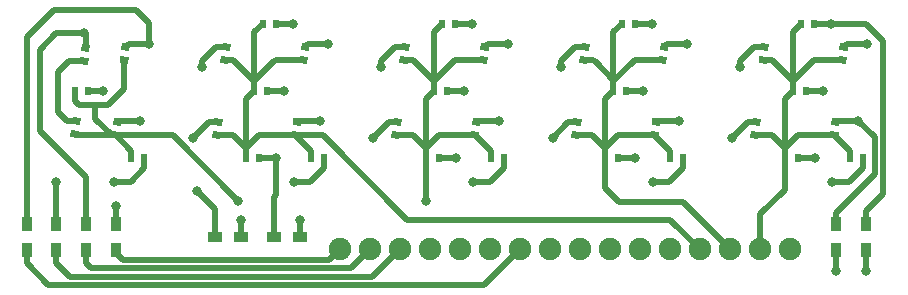
<source format=gbr>
%TF.GenerationSoftware,KiCad,Pcbnew,(5.1.7)-1*%
%TF.CreationDate,2021-08-17T00:51:46+02:00*%
%TF.ProjectId,saba_az553,73616261-5f61-47a3-9535-332e6b696361,rev?*%
%TF.SameCoordinates,Original*%
%TF.FileFunction,Copper,L1,Top*%
%TF.FilePolarity,Positive*%
%FSLAX46Y46*%
G04 Gerber Fmt 4.6, Leading zero omitted, Abs format (unit mm)*
G04 Created by KiCad (PCBNEW (5.1.7)-1) date 2021-08-17 00:51:46*
%MOMM*%
%LPD*%
G01*
G04 APERTURE LIST*
%TA.AperFunction,SMDPad,CuDef*%
%ADD10R,1.200000X0.900000*%
%TD*%
%TA.AperFunction,SMDPad,CuDef*%
%ADD11R,0.900000X1.200000*%
%TD*%
%TA.AperFunction,SMDPad,CuDef*%
%ADD12R,0.600000X0.700000*%
%TD*%
%TA.AperFunction,SMDPad,CuDef*%
%ADD13C,0.100000*%
%TD*%
%TA.AperFunction,ComponentPad*%
%ADD14C,1.900000*%
%TD*%
%TA.AperFunction,ComponentPad*%
%ADD15O,1.900000X1.900000*%
%TD*%
%TA.AperFunction,ViaPad*%
%ADD16C,0.800000*%
%TD*%
%TA.AperFunction,Conductor*%
%ADD17C,0.500000*%
%TD*%
G04 APERTURE END LIST*
D10*
%TO.P,R8,1*%
%TO.N,DP*%
X38900000Y-43500000D03*
%TO.P,R8,2*%
%TO.N,Net-(J1-Pad9)*%
X41100000Y-43500000D03*
%TD*%
D11*
%TO.P,R7,1*%
%TO.N,B*%
X23000000Y-42400000D03*
%TO.P,R7,2*%
%TO.N,Net-(J1-Pad7)*%
X23000000Y-44600000D03*
%TD*%
%TO.P,R6,1*%
%TO.N,C*%
X91500000Y-42400000D03*
%TO.P,R6,2*%
%TO.N,Net-(J1-Pad6)*%
X91500000Y-44600000D03*
%TD*%
%TO.P,R5,1*%
%TO.N,A*%
X94000000Y-42400000D03*
%TO.P,R5,2*%
%TO.N,Net-(J1-Pad5)*%
X94000000Y-44600000D03*
%TD*%
D10*
%TO.P,R4,1*%
%TO.N,D*%
X43900000Y-43500000D03*
%TO.P,R4,2*%
%TO.N,Net-(J1-Pad4)*%
X46100000Y-43500000D03*
%TD*%
D11*
%TO.P,R3,1*%
%TO.N,E*%
X25500000Y-42400000D03*
%TO.P,R3,2*%
%TO.N,Net-(J1-Pad3)*%
X25500000Y-44600000D03*
%TD*%
%TO.P,R2,1*%
%TO.N,F*%
X28000000Y-42400000D03*
%TO.P,R2,2*%
%TO.N,Net-(J1-Pad2)*%
X28000000Y-44600000D03*
%TD*%
%TO.P,R1,1*%
%TO.N,G*%
X30500000Y-42400000D03*
%TO.P,R1,2*%
%TO.N,Net-(J1-Pad1)*%
X30500000Y-44600000D03*
%TD*%
D12*
%TO.P,D38,2*%
%TO.N,G*%
X28150000Y-31100000D03*
%TO.P,D38,1*%
%TO.N,D1*%
X27050000Y-31100000D03*
%TD*%
%TO.P,D37,2*%
%TO.N,DP*%
X32950000Y-36800000D03*
%TO.P,D37,1*%
%TO.N,D1*%
X31850000Y-36800000D03*
%TD*%
%TA.AperFunction,SMDPad,CuDef*%
D13*
%TO.P,D36,2*%
%TO.N,Net-(D35-Pad1)*%
G36*
X26863941Y-33311587D02*
G01*
X27557953Y-33402956D01*
X27479637Y-33997823D01*
X26785625Y-33906454D01*
X26863941Y-33311587D01*
G37*
%TD.AperFunction*%
%TA.AperFunction,SMDPad,CuDef*%
%TO.P,D36,1*%
%TO.N,D1*%
G36*
X26720363Y-34402177D02*
G01*
X27414375Y-34493546D01*
X27336059Y-35088413D01*
X26642047Y-34997044D01*
X26720363Y-34402177D01*
G37*
%TD.AperFunction*%
%TD*%
%TA.AperFunction,SMDPad,CuDef*%
%TO.P,D35,2*%
%TO.N,F*%
G36*
X27663941Y-27111587D02*
G01*
X28357953Y-27202956D01*
X28279637Y-27797823D01*
X27585625Y-27706454D01*
X27663941Y-27111587D01*
G37*
%TD.AperFunction*%
%TA.AperFunction,SMDPad,CuDef*%
%TO.P,D35,1*%
%TO.N,Net-(D35-Pad1)*%
G36*
X27520363Y-28202177D02*
G01*
X28214375Y-28293546D01*
X28136059Y-28888413D01*
X27442047Y-28797044D01*
X27520363Y-28202177D01*
G37*
%TD.AperFunction*%
%TD*%
%TA.AperFunction,SMDPad,CuDef*%
%TO.P,D34,2*%
%TO.N,C*%
G36*
X30363941Y-33411587D02*
G01*
X31057953Y-33502956D01*
X30979637Y-34097823D01*
X30285625Y-34006454D01*
X30363941Y-33411587D01*
G37*
%TD.AperFunction*%
%TA.AperFunction,SMDPad,CuDef*%
%TO.P,D34,1*%
%TO.N,D1*%
G36*
X30220363Y-34502177D02*
G01*
X30914375Y-34593546D01*
X30836059Y-35188413D01*
X30142047Y-35097044D01*
X30220363Y-34502177D01*
G37*
%TD.AperFunction*%
%TD*%
D12*
%TO.P,D33,2*%
%TO.N,DP*%
X48150000Y-36800000D03*
%TO.P,D33,1*%
%TO.N,D2*%
X47050000Y-36800000D03*
%TD*%
%TO.P,D32,2*%
%TO.N,D*%
X42650000Y-36800000D03*
%TO.P,D32,1*%
%TO.N,D2*%
X41550000Y-36800000D03*
%TD*%
%TA.AperFunction,SMDPad,CuDef*%
D13*
%TO.P,D31,2*%
%TO.N,E*%
G36*
X38863941Y-33411587D02*
G01*
X39557953Y-33502956D01*
X39479637Y-34097823D01*
X38785625Y-34006454D01*
X38863941Y-33411587D01*
G37*
%TD.AperFunction*%
%TA.AperFunction,SMDPad,CuDef*%
%TO.P,D31,1*%
%TO.N,D2*%
G36*
X38720363Y-34502177D02*
G01*
X39414375Y-34593546D01*
X39336059Y-35188413D01*
X38642047Y-35097044D01*
X38720363Y-34502177D01*
G37*
%TD.AperFunction*%
%TD*%
%TA.AperFunction,SMDPad,CuDef*%
%TO.P,D30,2*%
%TO.N,C*%
G36*
X45563941Y-33411587D02*
G01*
X46257953Y-33502956D01*
X46179637Y-34097823D01*
X45485625Y-34006454D01*
X45563941Y-33411587D01*
G37*
%TD.AperFunction*%
%TA.AperFunction,SMDPad,CuDef*%
%TO.P,D30,1*%
%TO.N,D2*%
G36*
X45420363Y-34502177D02*
G01*
X46114375Y-34593546D01*
X46036059Y-35188413D01*
X45342047Y-35097044D01*
X45420363Y-34502177D01*
G37*
%TD.AperFunction*%
%TD*%
%TA.AperFunction,SMDPad,CuDef*%
%TO.P,D29,2*%
%TO.N,F*%
G36*
X39563941Y-27011587D02*
G01*
X40257953Y-27102956D01*
X40179637Y-27697823D01*
X39485625Y-27606454D01*
X39563941Y-27011587D01*
G37*
%TD.AperFunction*%
%TA.AperFunction,SMDPad,CuDef*%
%TO.P,D29,1*%
%TO.N,D2*%
G36*
X39420363Y-28102177D02*
G01*
X40114375Y-28193546D01*
X40036059Y-28788413D01*
X39342047Y-28697044D01*
X39420363Y-28102177D01*
G37*
%TD.AperFunction*%
%TD*%
D12*
%TO.P,D28,2*%
%TO.N,G*%
X43350000Y-31100000D03*
%TO.P,D28,1*%
%TO.N,D2*%
X42250000Y-31100000D03*
%TD*%
%TA.AperFunction,SMDPad,CuDef*%
D13*
%TO.P,D27,2*%
%TO.N,B*%
G36*
X46263941Y-27011587D02*
G01*
X46957953Y-27102956D01*
X46879637Y-27697823D01*
X46185625Y-27606454D01*
X46263941Y-27011587D01*
G37*
%TD.AperFunction*%
%TA.AperFunction,SMDPad,CuDef*%
%TO.P,D27,1*%
%TO.N,D2*%
G36*
X46120363Y-28102177D02*
G01*
X46814375Y-28193546D01*
X46736059Y-28788413D01*
X46042047Y-28697044D01*
X46120363Y-28102177D01*
G37*
%TD.AperFunction*%
%TD*%
D12*
%TO.P,D26,2*%
%TO.N,DP*%
X63350000Y-36800000D03*
%TO.P,D26,1*%
%TO.N,D3*%
X62250000Y-36800000D03*
%TD*%
%TO.P,D25,2*%
%TO.N,D*%
X57850000Y-36800000D03*
%TO.P,D25,1*%
%TO.N,D3*%
X56750000Y-36800000D03*
%TD*%
%TA.AperFunction,SMDPad,CuDef*%
D13*
%TO.P,D24,2*%
%TO.N,E*%
G36*
X54063941Y-33411587D02*
G01*
X54757953Y-33502956D01*
X54679637Y-34097823D01*
X53985625Y-34006454D01*
X54063941Y-33411587D01*
G37*
%TD.AperFunction*%
%TA.AperFunction,SMDPad,CuDef*%
%TO.P,D24,1*%
%TO.N,D3*%
G36*
X53920363Y-34502177D02*
G01*
X54614375Y-34593546D01*
X54536059Y-35188413D01*
X53842047Y-35097044D01*
X53920363Y-34502177D01*
G37*
%TD.AperFunction*%
%TD*%
%TA.AperFunction,SMDPad,CuDef*%
%TO.P,D23,2*%
%TO.N,C*%
G36*
X60763941Y-33411587D02*
G01*
X61457953Y-33502956D01*
X61379637Y-34097823D01*
X60685625Y-34006454D01*
X60763941Y-33411587D01*
G37*
%TD.AperFunction*%
%TA.AperFunction,SMDPad,CuDef*%
%TO.P,D23,1*%
%TO.N,D3*%
G36*
X60620363Y-34502177D02*
G01*
X61314375Y-34593546D01*
X61236059Y-35188413D01*
X60542047Y-35097044D01*
X60620363Y-34502177D01*
G37*
%TD.AperFunction*%
%TD*%
D12*
%TO.P,D22,2*%
%TO.N,G*%
X58550000Y-31100000D03*
%TO.P,D22,1*%
%TO.N,D3*%
X57450000Y-31100000D03*
%TD*%
%TA.AperFunction,SMDPad,CuDef*%
D13*
%TO.P,D21,2*%
%TO.N,F*%
G36*
X54763941Y-27011587D02*
G01*
X55457953Y-27102956D01*
X55379637Y-27697823D01*
X54685625Y-27606454D01*
X54763941Y-27011587D01*
G37*
%TD.AperFunction*%
%TA.AperFunction,SMDPad,CuDef*%
%TO.P,D21,1*%
%TO.N,D3*%
G36*
X54620363Y-28102177D02*
G01*
X55314375Y-28193546D01*
X55236059Y-28788413D01*
X54542047Y-28697044D01*
X54620363Y-28102177D01*
G37*
%TD.AperFunction*%
%TD*%
D12*
%TO.P,D20,2*%
%TO.N,A*%
X44050000Y-25400000D03*
%TO.P,D20,1*%
%TO.N,D2*%
X42950000Y-25400000D03*
%TD*%
%TO.P,D19,2*%
%TO.N,A*%
X59250000Y-25400000D03*
%TO.P,D19,1*%
%TO.N,D3*%
X58150000Y-25400000D03*
%TD*%
%TA.AperFunction,SMDPad,CuDef*%
D13*
%TO.P,D18,2*%
%TO.N,B*%
G36*
X61463941Y-27011587D02*
G01*
X62157953Y-27102956D01*
X62079637Y-27697823D01*
X61385625Y-27606454D01*
X61463941Y-27011587D01*
G37*
%TD.AperFunction*%
%TA.AperFunction,SMDPad,CuDef*%
%TO.P,D18,1*%
%TO.N,D3*%
G36*
X61320363Y-28102177D02*
G01*
X62014375Y-28193546D01*
X61936059Y-28788413D01*
X61242047Y-28697044D01*
X61320363Y-28102177D01*
G37*
%TD.AperFunction*%
%TD*%
%TA.AperFunction,SMDPad,CuDef*%
%TO.P,D17,2*%
%TO.N,B*%
G36*
X31063941Y-27011587D02*
G01*
X31757953Y-27102956D01*
X31679637Y-27697823D01*
X30985625Y-27606454D01*
X31063941Y-27011587D01*
G37*
%TD.AperFunction*%
%TA.AperFunction,SMDPad,CuDef*%
%TO.P,D17,1*%
%TO.N,D1*%
G36*
X30920363Y-28102177D02*
G01*
X31614375Y-28193546D01*
X31536059Y-28788413D01*
X30842047Y-28697044D01*
X30920363Y-28102177D01*
G37*
%TD.AperFunction*%
%TD*%
D12*
%TO.P,D16,2*%
%TO.N,DP*%
X78550000Y-36800000D03*
%TO.P,D16,1*%
%TO.N,D4*%
X77450000Y-36800000D03*
%TD*%
%TO.P,D15,2*%
%TO.N,D*%
X73050000Y-36800000D03*
%TO.P,D15,1*%
%TO.N,D4*%
X71950000Y-36800000D03*
%TD*%
%TA.AperFunction,SMDPad,CuDef*%
D13*
%TO.P,D14,2*%
%TO.N,C*%
G36*
X75963941Y-33411587D02*
G01*
X76657953Y-33502956D01*
X76579637Y-34097823D01*
X75885625Y-34006454D01*
X75963941Y-33411587D01*
G37*
%TD.AperFunction*%
%TA.AperFunction,SMDPad,CuDef*%
%TO.P,D14,1*%
%TO.N,D4*%
G36*
X75820363Y-34502177D02*
G01*
X76514375Y-34593546D01*
X76436059Y-35188413D01*
X75742047Y-35097044D01*
X75820363Y-34502177D01*
G37*
%TD.AperFunction*%
%TD*%
%TA.AperFunction,SMDPad,CuDef*%
%TO.P,D13,2*%
%TO.N,E*%
G36*
X69263941Y-33411587D02*
G01*
X69957953Y-33502956D01*
X69879637Y-34097823D01*
X69185625Y-34006454D01*
X69263941Y-33411587D01*
G37*
%TD.AperFunction*%
%TA.AperFunction,SMDPad,CuDef*%
%TO.P,D13,1*%
%TO.N,D4*%
G36*
X69120363Y-34502177D02*
G01*
X69814375Y-34593546D01*
X69736059Y-35188413D01*
X69042047Y-35097044D01*
X69120363Y-34502177D01*
G37*
%TD.AperFunction*%
%TD*%
D12*
%TO.P,D12,2*%
%TO.N,G*%
X73750000Y-31100000D03*
%TO.P,D12,1*%
%TO.N,D4*%
X72650000Y-31100000D03*
%TD*%
%TA.AperFunction,SMDPad,CuDef*%
D13*
%TO.P,D11,2*%
%TO.N,B*%
G36*
X76663941Y-27011587D02*
G01*
X77357953Y-27102956D01*
X77279637Y-27697823D01*
X76585625Y-27606454D01*
X76663941Y-27011587D01*
G37*
%TD.AperFunction*%
%TA.AperFunction,SMDPad,CuDef*%
%TO.P,D11,1*%
%TO.N,D4*%
G36*
X76520363Y-28102177D02*
G01*
X77214375Y-28193546D01*
X77136059Y-28788413D01*
X76442047Y-28697044D01*
X76520363Y-28102177D01*
G37*
%TD.AperFunction*%
%TD*%
%TA.AperFunction,SMDPad,CuDef*%
%TO.P,D10,2*%
%TO.N,F*%
G36*
X69963941Y-27011587D02*
G01*
X70657953Y-27102956D01*
X70579637Y-27697823D01*
X69885625Y-27606454D01*
X69963941Y-27011587D01*
G37*
%TD.AperFunction*%
%TA.AperFunction,SMDPad,CuDef*%
%TO.P,D10,1*%
%TO.N,D4*%
G36*
X69820363Y-28102177D02*
G01*
X70514375Y-28193546D01*
X70436059Y-28788413D01*
X69742047Y-28697044D01*
X69820363Y-28102177D01*
G37*
%TD.AperFunction*%
%TD*%
D12*
%TO.P,D9,2*%
%TO.N,A*%
X74450000Y-25400000D03*
%TO.P,D9,1*%
%TO.N,D4*%
X73350000Y-25400000D03*
%TD*%
%TO.P,D8,1*%
%TO.N,D5*%
X87150000Y-36800000D03*
%TO.P,D8,2*%
%TO.N,D*%
X88250000Y-36800000D03*
%TD*%
%TA.AperFunction,SMDPad,CuDef*%
D13*
%TO.P,D7,1*%
%TO.N,D5*%
G36*
X91020363Y-34502177D02*
G01*
X91714375Y-34593546D01*
X91636059Y-35188413D01*
X90942047Y-35097044D01*
X91020363Y-34502177D01*
G37*
%TD.AperFunction*%
%TA.AperFunction,SMDPad,CuDef*%
%TO.P,D7,2*%
%TO.N,C*%
G36*
X91163941Y-33411587D02*
G01*
X91857953Y-33502956D01*
X91779637Y-34097823D01*
X91085625Y-34006454D01*
X91163941Y-33411587D01*
G37*
%TD.AperFunction*%
%TD*%
D12*
%TO.P,D6,2*%
%TO.N,DP*%
X93750000Y-36800000D03*
%TO.P,D6,1*%
%TO.N,D5*%
X92650000Y-36800000D03*
%TD*%
%TA.AperFunction,SMDPad,CuDef*%
D13*
%TO.P,D5,1*%
%TO.N,D5*%
G36*
X91720363Y-28102177D02*
G01*
X92414375Y-28193546D01*
X92336059Y-28788413D01*
X91642047Y-28697044D01*
X91720363Y-28102177D01*
G37*
%TD.AperFunction*%
%TA.AperFunction,SMDPad,CuDef*%
%TO.P,D5,2*%
%TO.N,B*%
G36*
X91863941Y-27011587D02*
G01*
X92557953Y-27102956D01*
X92479637Y-27697823D01*
X91785625Y-27606454D01*
X91863941Y-27011587D01*
G37*
%TD.AperFunction*%
%TD*%
%TA.AperFunction,SMDPad,CuDef*%
%TO.P,D4,1*%
%TO.N,D5*%
G36*
X84320363Y-34502177D02*
G01*
X85014375Y-34593546D01*
X84936059Y-35188413D01*
X84242047Y-35097044D01*
X84320363Y-34502177D01*
G37*
%TD.AperFunction*%
%TA.AperFunction,SMDPad,CuDef*%
%TO.P,D4,2*%
%TO.N,E*%
G36*
X84463941Y-33411587D02*
G01*
X85157953Y-33502956D01*
X85079637Y-34097823D01*
X84385625Y-34006454D01*
X84463941Y-33411587D01*
G37*
%TD.AperFunction*%
%TD*%
D12*
%TO.P,D3,1*%
%TO.N,D5*%
X87850000Y-31100000D03*
%TO.P,D3,2*%
%TO.N,G*%
X88950000Y-31100000D03*
%TD*%
%TA.AperFunction,SMDPad,CuDef*%
D13*
%TO.P,D2,1*%
%TO.N,D5*%
G36*
X85020363Y-28102177D02*
G01*
X85714375Y-28193546D01*
X85636059Y-28788413D01*
X84942047Y-28697044D01*
X85020363Y-28102177D01*
G37*
%TD.AperFunction*%
%TA.AperFunction,SMDPad,CuDef*%
%TO.P,D2,2*%
%TO.N,F*%
G36*
X85163941Y-27011587D02*
G01*
X85857953Y-27102956D01*
X85779637Y-27697823D01*
X85085625Y-27606454D01*
X85163941Y-27011587D01*
G37*
%TD.AperFunction*%
%TD*%
D12*
%TO.P,D1,1*%
%TO.N,D5*%
X88550000Y-25400000D03*
%TO.P,D1,2*%
%TO.N,A*%
X89650000Y-25400000D03*
%TD*%
D14*
%TO.P,J1,1*%
%TO.N,Net-(J1-Pad1)*%
X49500000Y-44500000D03*
D15*
%TO.P,J1,2*%
%TO.N,Net-(J1-Pad2)*%
X52040000Y-44500000D03*
%TO.P,J1,3*%
%TO.N,Net-(J1-Pad3)*%
X54580000Y-44500000D03*
%TO.P,J1,4*%
%TO.N,Net-(J1-Pad4)*%
X57120000Y-44500000D03*
%TO.P,J1,5*%
%TO.N,Net-(J1-Pad5)*%
X59660000Y-44500000D03*
%TO.P,J1,6*%
%TO.N,Net-(J1-Pad6)*%
X62200000Y-44500000D03*
%TO.P,J1,7*%
%TO.N,Net-(J1-Pad7)*%
X64740000Y-44500000D03*
%TO.P,J1,8*%
%TO.N,Net-(J1-Pad8)*%
X67280000Y-44500000D03*
%TO.P,J1,9*%
%TO.N,Net-(J1-Pad9)*%
X69820000Y-44500000D03*
%TO.P,J1,10*%
%TO.N,Net-(J1-Pad10)*%
X72360000Y-44500000D03*
%TO.P,J1,11*%
%TO.N,Net-(J1-Pad11)*%
X74900000Y-44500000D03*
%TO.P,J1,12*%
%TO.N,D1*%
X77440000Y-44500000D03*
%TO.P,J1,13*%
%TO.N,D2*%
X79980000Y-44500000D03*
%TO.P,J1,14*%
%TO.N,D4*%
X82520000Y-44500000D03*
%TO.P,J1,15*%
%TO.N,D5*%
X85060000Y-44500000D03*
%TO.P,J1,16*%
%TO.N,D3*%
X87600000Y-44500000D03*
%TD*%
D16*
%TO.N,A*%
X45500000Y-25400000D03*
X60700000Y-25400000D03*
X75900000Y-25400000D03*
X91100000Y-25400000D03*
%TO.N,F*%
X27800000Y-26200000D03*
X37800000Y-29100000D03*
X53000000Y-29100000D03*
X68200000Y-29100000D03*
X83400000Y-29100000D03*
%TO.N,G*%
X29400000Y-31100000D03*
X44800000Y-31100000D03*
X60000000Y-31100000D03*
X75200000Y-31100000D03*
X90400000Y-31100000D03*
X30500000Y-40800000D03*
%TO.N,E*%
X37100000Y-35100000D03*
X52300000Y-35100000D03*
X67500000Y-35100000D03*
X82700000Y-35100000D03*
X25500000Y-38800000D03*
%TO.N,B*%
X48500000Y-27100000D03*
X33300000Y-27100000D03*
X63700000Y-27100000D03*
X78900000Y-27100000D03*
X94100000Y-27100000D03*
%TO.N,DP*%
X45600000Y-38800000D03*
X60800000Y-38800000D03*
X76000000Y-38800000D03*
X91200000Y-38800000D03*
X30400000Y-38800000D03*
X37400000Y-39600000D03*
%TO.N,C*%
X47800000Y-33600000D03*
X32600000Y-33600000D03*
X63000000Y-33600000D03*
X78200000Y-33600000D03*
X93400000Y-33600000D03*
%TO.N,D*%
X44100000Y-36800000D03*
X59300000Y-36800000D03*
X74500000Y-36800000D03*
X89700000Y-36800000D03*
%TO.N,D1*%
X40900000Y-40400000D03*
%TO.N,D3*%
X56800000Y-40400000D03*
%TO.N,Net-(J1-Pad4)*%
X46100000Y-42000000D03*
%TO.N,Net-(J1-Pad5)*%
X94000000Y-46300000D03*
%TO.N,Net-(J1-Pad6)*%
X91500000Y-46300000D03*
%TO.N,Net-(J1-Pad9)*%
X41100000Y-42000000D03*
%TD*%
D17*
%TO.N,D5*%
X87850000Y-26100000D02*
X87850000Y-31100000D01*
X88550000Y-25400000D02*
X87850000Y-26100000D01*
X87850000Y-30250000D02*
X87850000Y-31100000D01*
X89454705Y-28645295D02*
X87850000Y-30250000D01*
X86245295Y-28645295D02*
X87850000Y-30250000D01*
X87150000Y-31800000D02*
X87150000Y-36800000D01*
X87850000Y-31100000D02*
X87150000Y-31800000D01*
X87150000Y-36439998D02*
X87150000Y-36800000D01*
X92650000Y-36167084D02*
X91328211Y-34845295D01*
X92650000Y-36800000D02*
X92650000Y-36167084D01*
X87150000Y-35950000D02*
X87150000Y-36800000D01*
X88254705Y-34845295D02*
X87150000Y-35950000D01*
X91328211Y-34845295D02*
X88254705Y-34845295D01*
X86045295Y-34845295D02*
X87150000Y-35950000D01*
X84628211Y-34845295D02*
X86045295Y-34845295D01*
X89654705Y-28445295D02*
X89454705Y-28645295D01*
X92028211Y-28445295D02*
X89654705Y-28445295D01*
X86045295Y-28445295D02*
X86245295Y-28645295D01*
X85328211Y-28445295D02*
X86045295Y-28445295D01*
X87150000Y-39450000D02*
X85060000Y-41540000D01*
X87150000Y-36800000D02*
X87150000Y-39450000D01*
X85060000Y-44500000D02*
X85060000Y-41540000D01*
%TO.N,A*%
X44050000Y-25400000D02*
X45500000Y-25400000D01*
X59250000Y-25400000D02*
X60700000Y-25400000D01*
X74450000Y-25400000D02*
X75900000Y-25400000D01*
X89650000Y-25400000D02*
X91100000Y-25400000D01*
X94000000Y-41300000D02*
X94000000Y-42400000D01*
X95500000Y-39800000D02*
X94000000Y-41300000D01*
X95500000Y-26900000D02*
X95500000Y-39800000D01*
X94000000Y-25400000D02*
X95500000Y-26900000D01*
X91100000Y-25400000D02*
X94000000Y-25400000D01*
%TO.N,F*%
X27971789Y-26371789D02*
X27800000Y-26200000D01*
X27971789Y-27454705D02*
X27971789Y-26371789D01*
X84579610Y-27354705D02*
X85471789Y-27354705D01*
X83400000Y-28534315D02*
X84579610Y-27354705D01*
X83400000Y-29100000D02*
X83400000Y-28534315D01*
X69379610Y-27354705D02*
X70271789Y-27354705D01*
X68200000Y-28534315D02*
X69379610Y-27354705D01*
X68200000Y-29100000D02*
X68200000Y-28534315D01*
X54179610Y-27354705D02*
X55071789Y-27354705D01*
X53000000Y-28534315D02*
X54179610Y-27354705D01*
X53000000Y-29100000D02*
X53000000Y-28534315D01*
X38979610Y-27354705D02*
X39871789Y-27354705D01*
X37800000Y-28534315D02*
X38979610Y-27354705D01*
X37800000Y-29100000D02*
X37800000Y-28534315D01*
X25500000Y-26200000D02*
X27800000Y-26200000D01*
X24100000Y-27600000D02*
X25500000Y-26200000D01*
X28000000Y-38400000D02*
X24100000Y-34500000D01*
X28000000Y-42400000D02*
X28000000Y-38400000D01*
X24100000Y-34500000D02*
X24100000Y-27600000D01*
%TO.N,G*%
X43350000Y-31100000D02*
X44800000Y-31100000D01*
X58550000Y-31100000D02*
X60000000Y-31100000D01*
X73750000Y-31100000D02*
X75200000Y-31100000D01*
X88950000Y-31100000D02*
X90400000Y-31100000D01*
X28150000Y-31100000D02*
X29400000Y-31100000D01*
X30500000Y-42400000D02*
X30500000Y-40800000D01*
%TO.N,E*%
X84045295Y-33754705D02*
X82700000Y-35100000D01*
X84771789Y-33754705D02*
X84045295Y-33754705D01*
X68845295Y-33754705D02*
X67500000Y-35100000D01*
X69571789Y-33754705D02*
X68845295Y-33754705D01*
X53645295Y-33754705D02*
X52300000Y-35100000D01*
X54371789Y-33754705D02*
X53645295Y-33754705D01*
X38445295Y-33754705D02*
X37100000Y-35100000D01*
X39171789Y-33754705D02*
X38445295Y-33754705D01*
X25500000Y-42400000D02*
X25500000Y-38800000D01*
%TO.N,B*%
X31626494Y-27100000D02*
X31371789Y-27354705D01*
X33300000Y-27100000D02*
X31626494Y-27100000D01*
X46826494Y-27100000D02*
X46571789Y-27354705D01*
X48500000Y-27100000D02*
X46826494Y-27100000D01*
X62026494Y-27100000D02*
X61771789Y-27354705D01*
X63700000Y-27100000D02*
X62026494Y-27100000D01*
X77226494Y-27100000D02*
X76971789Y-27354705D01*
X78900000Y-27100000D02*
X77226494Y-27100000D01*
X92426494Y-27100000D02*
X92171789Y-27354705D01*
X94100000Y-27100000D02*
X92426494Y-27100000D01*
X23000000Y-42400000D02*
X23000000Y-26500000D01*
X23000000Y-26500000D02*
X25300000Y-24200000D01*
X25300000Y-24200000D02*
X32200000Y-24200000D01*
X33300000Y-25300000D02*
X33300000Y-27100000D01*
X32200000Y-24200000D02*
X33300000Y-25300000D01*
%TO.N,DP*%
X31800000Y-38800000D02*
X30400000Y-38800000D01*
X32950000Y-37650000D02*
X31800000Y-38800000D01*
X32950000Y-36800000D02*
X32950000Y-37650000D01*
X47000000Y-38800000D02*
X45600000Y-38800000D01*
X48150000Y-37650000D02*
X47000000Y-38800000D01*
X48150000Y-36800000D02*
X48150000Y-37650000D01*
X62200000Y-38800000D02*
X60800000Y-38800000D01*
X63350000Y-37650000D02*
X62200000Y-38800000D01*
X63350000Y-36800000D02*
X63350000Y-37650000D01*
X77400000Y-38800000D02*
X76000000Y-38800000D01*
X78550000Y-37650000D02*
X77400000Y-38800000D01*
X78550000Y-36800000D02*
X78550000Y-37650000D01*
X92600000Y-38800000D02*
X91200000Y-38800000D01*
X93750000Y-37650000D02*
X92600000Y-38800000D01*
X93750000Y-36800000D02*
X93750000Y-37650000D01*
X38900000Y-41100000D02*
X37400000Y-39600000D01*
X38900000Y-43500000D02*
X38900000Y-41100000D01*
%TO.N,C*%
X91626494Y-33600000D02*
X91471789Y-33754705D01*
X93400000Y-33600000D02*
X91626494Y-33600000D01*
X76426494Y-33600000D02*
X76271789Y-33754705D01*
X78200000Y-33600000D02*
X76426494Y-33600000D01*
X61226494Y-33600000D02*
X61071789Y-33754705D01*
X63000000Y-33600000D02*
X61226494Y-33600000D01*
X46026494Y-33600000D02*
X45871789Y-33754705D01*
X47800000Y-33600000D02*
X46026494Y-33600000D01*
X30826494Y-33600000D02*
X30671789Y-33754705D01*
X32600000Y-33600000D02*
X30826494Y-33600000D01*
X91500000Y-42400000D02*
X91500000Y-41400000D01*
X91500000Y-41400000D02*
X94800000Y-38100000D01*
X94800000Y-35000000D02*
X93400000Y-33600000D01*
X94800000Y-38100000D02*
X94800000Y-35000000D01*
%TO.N,D*%
X42650000Y-36800000D02*
X44100000Y-36800000D01*
X57850000Y-36800000D02*
X59300000Y-36800000D01*
X73050000Y-36800000D02*
X74500000Y-36800000D01*
X88250000Y-36800000D02*
X89700000Y-36800000D01*
X43900000Y-43500000D02*
X43900000Y-40100000D01*
X44100000Y-39900000D02*
X44100000Y-36800000D01*
X43900000Y-40100000D02*
X44100000Y-39900000D01*
%TO.N,D4*%
X73350000Y-25400000D02*
X72650000Y-26100000D01*
X71145295Y-28645295D02*
X72650000Y-30150000D01*
X72650000Y-30150000D02*
X72650000Y-31100000D01*
X72650000Y-26100000D02*
X72650000Y-30150000D01*
X71950000Y-31800000D02*
X71950000Y-36800000D01*
X72650000Y-31100000D02*
X71950000Y-31800000D01*
X77450000Y-36167084D02*
X76128211Y-34845295D01*
X77450000Y-36800000D02*
X77450000Y-36167084D01*
X71950000Y-36439998D02*
X71950000Y-36800000D01*
X71950000Y-35950000D02*
X71950000Y-36800000D01*
X73054705Y-34845295D02*
X71950000Y-35950000D01*
X76128211Y-34845295D02*
X73054705Y-34845295D01*
X70845295Y-34845295D02*
X71950000Y-35950000D01*
X69428211Y-34845295D02*
X70845295Y-34845295D01*
X70945295Y-28445295D02*
X71145295Y-28645295D01*
X70128211Y-28445295D02*
X70945295Y-28445295D01*
X72650000Y-30250000D02*
X72650000Y-31100000D01*
X74454705Y-28445295D02*
X72650000Y-30250000D01*
X76828211Y-28445295D02*
X74454705Y-28445295D01*
X71950000Y-39350000D02*
X71950000Y-36800000D01*
X73100000Y-40500000D02*
X71950000Y-39350000D01*
X82520000Y-44500000D02*
X78520000Y-40500000D01*
X77900000Y-40500000D02*
X73100000Y-40500000D01*
X78520000Y-40500000D02*
X77900000Y-40500000D01*
%TO.N,D1*%
X31228211Y-28645295D02*
X31228211Y-30971789D01*
X31228211Y-30971789D02*
X29900000Y-32300000D01*
X27050000Y-31950000D02*
X27050000Y-31100000D01*
X27400000Y-32300000D02*
X27050000Y-31950000D01*
X31850000Y-36167084D02*
X30528211Y-34845295D01*
X31850000Y-36800000D02*
X31850000Y-36167084D01*
X27128211Y-34845295D02*
X27028211Y-34745295D01*
X30528211Y-34845295D02*
X27128211Y-34845295D01*
X30175191Y-34845295D02*
X28800000Y-33470104D01*
X30528211Y-34845295D02*
X30175191Y-34845295D01*
X28800000Y-32300000D02*
X27400000Y-32300000D01*
X28800000Y-33470104D02*
X28800000Y-32300000D01*
X29900000Y-32300000D02*
X28800000Y-32300000D01*
X35345295Y-34845295D02*
X30528211Y-34845295D01*
X40900000Y-40400000D02*
X35345295Y-34845295D01*
%TO.N,D3*%
X57450000Y-26100000D02*
X57450000Y-31100000D01*
X58150000Y-25400000D02*
X57450000Y-26100000D01*
X57450000Y-30250000D02*
X57450000Y-31100000D01*
X59054705Y-28645295D02*
X57450000Y-30250000D01*
X55845295Y-28645295D02*
X57450000Y-30250000D01*
X56750000Y-31800000D02*
X56750000Y-36800000D01*
X57450000Y-31100000D02*
X56750000Y-31800000D01*
X56750000Y-36439998D02*
X56750000Y-36800000D01*
X56750000Y-40350000D02*
X56800000Y-40400000D01*
X56750000Y-36800000D02*
X56750000Y-40350000D01*
X62250000Y-36167084D02*
X60928211Y-34845295D01*
X62250000Y-36800000D02*
X62250000Y-36167084D01*
X56750000Y-35950000D02*
X56750000Y-36800000D01*
X57854705Y-34845295D02*
X56750000Y-35950000D01*
X60928211Y-34845295D02*
X57854705Y-34845295D01*
X55645295Y-34845295D02*
X56750000Y-35950000D01*
X54228211Y-34845295D02*
X55645295Y-34845295D01*
X55645295Y-28445295D02*
X55845295Y-28645295D01*
X54928211Y-28445295D02*
X55645295Y-28445295D01*
X59254705Y-28445295D02*
X59054705Y-28645295D01*
X61628211Y-28445295D02*
X59254705Y-28445295D01*
%TO.N,D2*%
X42250000Y-26100000D02*
X42250000Y-31100000D01*
X42950000Y-25400000D02*
X42250000Y-26100000D01*
X42250000Y-30250000D02*
X42250000Y-31100000D01*
X43854705Y-28645295D02*
X42250000Y-30250000D01*
X40645295Y-28645295D02*
X42250000Y-30250000D01*
X41550000Y-31800000D02*
X41550000Y-36800000D01*
X42250000Y-31100000D02*
X41550000Y-31800000D01*
X41550000Y-36439998D02*
X41550000Y-36800000D01*
X47050000Y-36167084D02*
X45728211Y-34845295D01*
X47050000Y-36800000D02*
X47050000Y-36167084D01*
X41550000Y-35950000D02*
X41550000Y-36800000D01*
X42654705Y-34845295D02*
X41550000Y-35950000D01*
X45728211Y-34845295D02*
X42654705Y-34845295D01*
X40445295Y-34845295D02*
X41550000Y-35950000D01*
X39028211Y-34845295D02*
X40445295Y-34845295D01*
X44054705Y-28445295D02*
X43854705Y-28645295D01*
X46428211Y-28445295D02*
X44054705Y-28445295D01*
X40445295Y-28445295D02*
X40645295Y-28645295D01*
X39728211Y-28445295D02*
X40445295Y-28445295D01*
X55200000Y-42000000D02*
X48045295Y-34845295D01*
X77480000Y-42000000D02*
X55200000Y-42000000D01*
X48045295Y-34845295D02*
X45728211Y-34845295D01*
X79980000Y-44500000D02*
X77480000Y-42000000D01*
%TO.N,Net-(D35-Pad1)*%
X27171789Y-33654705D02*
X26354705Y-33654705D01*
X26354705Y-33654705D02*
X25600000Y-32900000D01*
X25600000Y-32900000D02*
X25600000Y-29500000D01*
X26554705Y-28545295D02*
X27828211Y-28545295D01*
X25600000Y-29500000D02*
X26554705Y-28545295D01*
%TO.N,Net-(J1-Pad1)*%
X30500000Y-44800000D02*
X31124960Y-45424960D01*
X30500000Y-44600000D02*
X30500000Y-44800000D01*
X31124960Y-45424960D02*
X48575040Y-45424960D01*
X48575040Y-45424960D02*
X49500000Y-44500000D01*
%TO.N,Net-(J1-Pad2)*%
X50415030Y-46124970D02*
X52040000Y-44500000D01*
X28424970Y-46124970D02*
X50415030Y-46124970D01*
X28000000Y-45700000D02*
X28424970Y-46124970D01*
X28000000Y-44600000D02*
X28000000Y-45700000D01*
%TO.N,Net-(J1-Pad3)*%
X25500000Y-45700000D02*
X26624980Y-46824980D01*
X25500000Y-44600000D02*
X25500000Y-45700000D01*
X52255020Y-46824980D02*
X54580000Y-44500000D01*
X26624980Y-46824980D02*
X52255020Y-46824980D01*
%TO.N,Net-(J1-Pad4)*%
X46100000Y-43500000D02*
X46100000Y-42000000D01*
%TO.N,Net-(J1-Pad5)*%
X94000000Y-44600000D02*
X94000000Y-46300000D01*
%TO.N,Net-(J1-Pad6)*%
X91500000Y-44600000D02*
X91500000Y-46300000D01*
%TO.N,Net-(J1-Pad7)*%
X24824990Y-47524990D02*
X61715010Y-47524990D01*
X61715010Y-47524990D02*
X64740000Y-44500000D01*
X23000000Y-45700000D02*
X24824990Y-47524990D01*
X23000000Y-44600000D02*
X23000000Y-45700000D01*
%TO.N,Net-(J1-Pad9)*%
X41100000Y-43500000D02*
X41100000Y-42000000D01*
%TD*%
M02*

</source>
